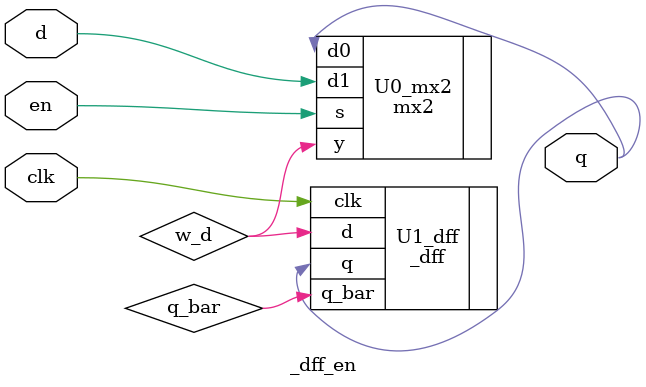
<source format=v>
module _dff_en(q, clk, en, d);
	input clk, en, d;	//clock, enable, data d
	output q; //output
	
	wire w_d, q_bar;
	
	// if en=0, w_d = q, else en=1, w_d = d
	mx2 U0_mx2(.y(w_d), .d0(q), .d1(d), .s(en));
	_dff U1_dff(.q(q), .q_bar(q_bar), .clk(clk), .d(w_d));

endmodule

</source>
